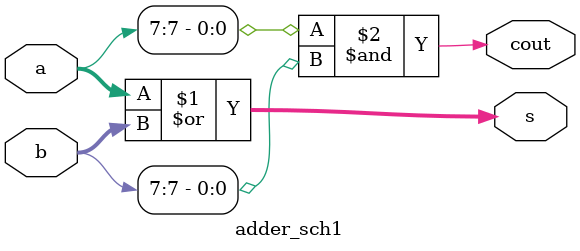
<source format=v>
`timescale 1ns / 1ps
module adder_sch1(    
    input  [7:0] a,   // 8λ���� A��bit7Ϊ���λ��bit0Ϊ���λ��
    input  [7:0] b,   // 8λ���� B
    output [7:0] s,   // 8λ�����
    output cout       // �����λ�����bit7�Ľ�λ�������������жϣ�
    );
    assign s = a | b;
    assign cout=a[7] & b[7];
endmodule

</source>
